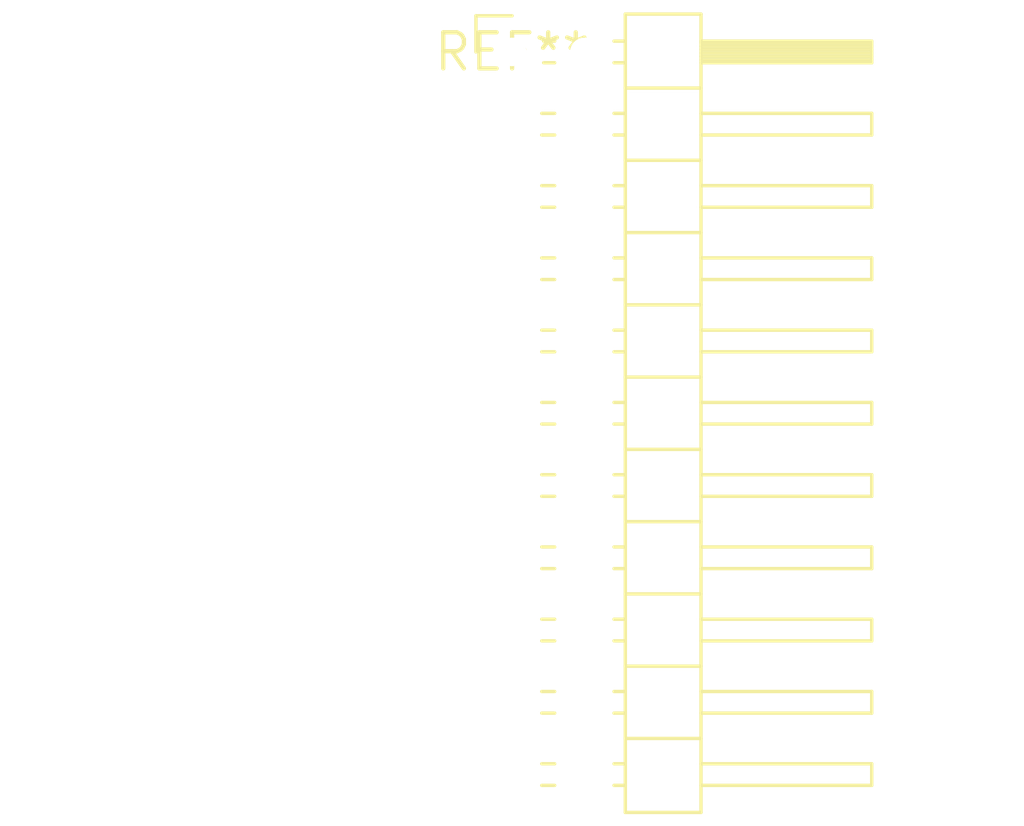
<source format=kicad_pcb>
(kicad_pcb (version 20240108) (generator pcbnew)
  (layers (0 "F.Cu" signal) (31 "B.Cu" signal) (34 "B.Paste" user) (35 "F.Paste" user) (36 "B.SilkS" user "B.Silkscreen") (37 "F.SilkS" user "F.Silkscreen") (38 "B.Mask" user) (39 "F.Mask" user) (44 "Edge.Cuts" user))
  (net 0 "")
  (footprint "PinHeader_2x11_P2.54mm_Horizontal" (layer "F.Cu") (at 0 0)
    (property "Reference" "REF**")
    (property "Value" "PinHeader_2x11_P2.54mm_Horizontal")
    (fp_line (start -1.27 -1.27) (end 0 -1.27) (layer "F.SilkS") (stroke (width 0.12)))
    (fp_line (start -1.27 0) (end -1.27 -1.27) (layer "F.SilkS") (stroke (width 0.12)))
    (fp_line (start 1.042929 2.16) (end 1.497071 2.16) (layer "F.SilkS") (stroke (width 0.12)))
    (fp_line (start 1.042929 2.92) (end 1.497071 2.92) (layer "F.SilkS") (stroke (width 0.12)))
    (fp_line (start 1.042929 4.7) (end 1.497071 4.7) (layer "F.SilkS") (stroke (width 0.12)))
    (fp_line (start 1.042929 5.46) (end 1.497071 5.46) (layer "F.SilkS") (stroke (width 0.12)))
    (fp_line (start 1.042929 7.24) (end 1.497071 7.24) (layer "F.SilkS") (stroke (width 0.12)))
    (fp_line (start 1.042929 8) (end 1.497071 8) (layer "F.SilkS") (stroke (width 0.12)))
    (fp_line (start 1.042929 9.78) (end 1.497071 9.78) (layer "F.SilkS") (stroke (width 0.12)))
    (fp_line (start 1.042929 10.54) (end 1.497071 10.54) (layer "F.SilkS") (stroke (width 0.12)))
    (fp_line (start 1.042929 12.32) (end 1.497071 12.32) (layer "F.SilkS") (stroke (width 0.12)))
    (fp_line (start 1.042929 13.08) (end 1.497071 13.08) (layer "F.SilkS") (stroke (width 0.12)))
    (fp_line (start 1.042929 14.86) (end 1.497071 14.86) (layer "F.SilkS") (stroke (width 0.12)))
    (fp_line (start 1.042929 15.62) (end 1.497071 15.62) (layer "F.SilkS") (stroke (width 0.12)))
    (fp_line (start 1.042929 17.4) (end 1.497071 17.4) (layer "F.SilkS") (stroke (width 0.12)))
    (fp_line (start 1.042929 18.16) (end 1.497071 18.16) (layer "F.SilkS") (stroke (width 0.12)))
    (fp_line (start 1.042929 19.94) (end 1.497071 19.94) (layer "F.SilkS") (stroke (width 0.12)))
    (fp_line (start 1.042929 20.7) (end 1.497071 20.7) (layer "F.SilkS") (stroke (width 0.12)))
    (fp_line (start 1.042929 22.48) (end 1.497071 22.48) (layer "F.SilkS") (stroke (width 0.12)))
    (fp_line (start 1.042929 23.24) (end 1.497071 23.24) (layer "F.SilkS") (stroke (width 0.12)))
    (fp_line (start 1.042929 25.02) (end 1.497071 25.02) (layer "F.SilkS") (stroke (width 0.12)))
    (fp_line (start 1.042929 25.78) (end 1.497071 25.78) (layer "F.SilkS") (stroke (width 0.12)))
    (fp_line (start 1.11 -0.38) (end 1.497071 -0.38) (layer "F.SilkS") (stroke (width 0.12)))
    (fp_line (start 1.11 0.38) (end 1.497071 0.38) (layer "F.SilkS") (stroke (width 0.12)))
    (fp_line (start 3.582929 -0.38) (end 3.98 -0.38) (layer "F.SilkS") (stroke (width 0.12)))
    (fp_line (start 3.582929 0.38) (end 3.98 0.38) (layer "F.SilkS") (stroke (width 0.12)))
    (fp_line (start 3.582929 2.16) (end 3.98 2.16) (layer "F.SilkS") (stroke (width 0.12)))
    (fp_line (start 3.582929 2.92) (end 3.98 2.92) (layer "F.SilkS") (stroke (width 0.12)))
    (fp_line (start 3.582929 4.7) (end 3.98 4.7) (layer "F.SilkS") (stroke (width 0.12)))
    (fp_line (start 3.582929 5.46) (end 3.98 5.46) (layer "F.SilkS") (stroke (width 0.12)))
    (fp_line (start 3.582929 7.24) (end 3.98 7.24) (layer "F.SilkS") (stroke (width 0.12)))
    (fp_line (start 3.582929 8) (end 3.98 8) (layer "F.SilkS") (stroke (width 0.12)))
    (fp_line (start 3.582929 9.78) (end 3.98 9.78) (layer "F.SilkS") (stroke (width 0.12)))
    (fp_line (start 3.582929 10.54) (end 3.98 10.54) (layer "F.SilkS") (stroke (width 0.12)))
    (fp_line (start 3.582929 12.32) (end 3.98 12.32) (layer "F.SilkS") (stroke (width 0.12)))
    (fp_line (start 3.582929 13.08) (end 3.98 13.08) (layer "F.SilkS") (stroke (width 0.12)))
    (fp_line (start 3.582929 14.86) (end 3.98 14.86) (layer "F.SilkS") (stroke (width 0.12)))
    (fp_line (start 3.582929 15.62) (end 3.98 15.62) (layer "F.SilkS") (stroke (width 0.12)))
    (fp_line (start 3.582929 17.4) (end 3.98 17.4) (layer "F.SilkS") (stroke (width 0.12)))
    (fp_line (start 3.582929 18.16) (end 3.98 18.16) (layer "F.SilkS") (stroke (width 0.12)))
    (fp_line (start 3.582929 19.94) (end 3.98 19.94) (layer "F.SilkS") (stroke (width 0.12)))
    (fp_line (start 3.582929 20.7) (end 3.98 20.7) (layer "F.SilkS") (stroke (width 0.12)))
    (fp_line (start 3.582929 22.48) (end 3.98 22.48) (layer "F.SilkS") (stroke (width 0.12)))
    (fp_line (start 3.582929 23.24) (end 3.98 23.24) (layer "F.SilkS") (stroke (width 0.12)))
    (fp_line (start 3.582929 25.02) (end 3.98 25.02) (layer "F.SilkS") (stroke (width 0.12)))
    (fp_line (start 3.582929 25.78) (end 3.98 25.78) (layer "F.SilkS") (stroke (width 0.12)))
    (fp_line (start 3.98 -1.33) (end 3.98 26.73) (layer "F.SilkS") (stroke (width 0.12)))
    (fp_line (start 3.98 1.27) (end 6.64 1.27) (layer "F.SilkS") (stroke (width 0.12)))
    (fp_line (start 3.98 3.81) (end 6.64 3.81) (layer "F.SilkS") (stroke (width 0.12)))
    (fp_line (start 3.98 6.35) (end 6.64 6.35) (layer "F.SilkS") (stroke (width 0.12)))
    (fp_line (start 3.98 8.89) (end 6.64 8.89) (layer "F.SilkS") (stroke (width 0.12)))
    (fp_line (start 3.98 11.43) (end 6.64 11.43) (layer "F.SilkS") (stroke (width 0.12)))
    (fp_line (start 3.98 13.97) (end 6.64 13.97) (layer "F.SilkS") (stroke (width 0.12)))
    (fp_line (start 3.98 16.51) (end 6.64 16.51) (layer "F.SilkS") (stroke (width 0.12)))
    (fp_line (start 3.98 19.05) (end 6.64 19.05) (layer "F.SilkS") (stroke (width 0.12)))
    (fp_line (start 3.98 21.59) (end 6.64 21.59) (layer "F.SilkS") (stroke (width 0.12)))
    (fp_line (start 3.98 24.13) (end 6.64 24.13) (layer "F.SilkS") (stroke (width 0.12)))
    (fp_line (start 3.98 26.73) (end 6.64 26.73) (layer "F.SilkS") (stroke (width 0.12)))
    (fp_line (start 6.64 -1.33) (end 3.98 -1.33) (layer "F.SilkS") (stroke (width 0.12)))
    (fp_line (start 6.64 -0.38) (end 12.64 -0.38) (layer "F.SilkS") (stroke (width 0.12)))
    (fp_line (start 6.64 -0.32) (end 12.64 -0.32) (layer "F.SilkS") (stroke (width 0.12)))
    (fp_line (start 6.64 -0.2) (end 12.64 -0.2) (layer "F.SilkS") (stroke (width 0.12)))
    (fp_line (start 6.64 -0.08) (end 12.64 -0.08) (layer "F.SilkS") (stroke (width 0.12)))
    (fp_line (start 6.64 0.04) (end 12.64 0.04) (layer "F.SilkS") (stroke (width 0.12)))
    (fp_line (start 6.64 0.16) (end 12.64 0.16) (layer "F.SilkS") (stroke (width 0.12)))
    (fp_line (start 6.64 0.28) (end 12.64 0.28) (layer "F.SilkS") (stroke (width 0.12)))
    (fp_line (start 6.64 2.16) (end 12.64 2.16) (layer "F.SilkS") (stroke (width 0.12)))
    (fp_line (start 6.64 4.7) (end 12.64 4.7) (layer "F.SilkS") (stroke (width 0.12)))
    (fp_line (start 6.64 7.24) (end 12.64 7.24) (layer "F.SilkS") (stroke (width 0.12)))
    (fp_line (start 6.64 9.78) (end 12.64 9.78) (layer "F.SilkS") (stroke (width 0.12)))
    (fp_line (start 6.64 12.32) (end 12.64 12.32) (layer "F.SilkS") (stroke (width 0.12)))
    (fp_line (start 6.64 14.86) (end 12.64 14.86) (layer "F.SilkS") (stroke (width 0.12)))
    (fp_line (start 6.64 17.4) (end 12.64 17.4) (layer "F.SilkS") (stroke (width 0.12)))
    (fp_line (start 6.64 19.94) (end 12.64 19.94) (layer "F.SilkS") (stroke (width 0.12)))
    (fp_line (start 6.64 22.48) (end 12.64 22.48) (layer "F.SilkS") (stroke (width 0.12)))
    (fp_line (start 6.64 25.02) (end 12.64 25.02) (layer "F.SilkS") (stroke (width 0.12)))
    (fp_line (start 6.64 26.73) (end 6.64 -1.33) (layer "F.SilkS") (stroke (width 0.12)))
    (fp_line (start 12.64 -0.38) (end 12.64 0.38) (layer "F.SilkS") (stroke (width 0.12)))
    (fp_line (start 12.64 0.38) (end 6.64 0.38) (layer "F.SilkS") (stroke (width 0.12)))
    (fp_line (start 12.64 2.16) (end 12.64 2.92) (layer "F.SilkS") (stroke (width 0.12)))
    (fp_line (start 12.64 2.92) (end 6.64 2.92) (layer "F.SilkS") (stroke (width 0.12)))
    (fp_line (start 12.64 4.7) (end 12.64 5.46) (layer "F.SilkS") (stroke (width 0.12)))
    (fp_line (start 12.64 5.46) (end 6.64 5.46) (layer "F.SilkS") (stroke (width 0.12)))
    (fp_line (start 12.64 7.24) (end 12.64 8) (layer "F.SilkS") (stroke (width 0.12)))
    (fp_line (start 12.64 8) (end 6.64 8) (layer "F.SilkS") (stroke (width 0.12)))
    (fp_line (start 12.64 9.78) (end 12.64 10.54) (layer "F.SilkS") (stroke (width 0.12)))
    (fp_line (start 12.64 10.54) (end 6.64 10.54) (layer "F.SilkS") (stroke (width 0.12)))
    (fp_line (start 12.64 12.32) (end 12.64 13.08) (layer "F.SilkS") (stroke (width 0.12)))
    (fp_line (start 12.64 13.08) (end 6.64 13.08) (layer "F.SilkS") (stroke (width 0.12)))
    (fp_line (start 12.64 14.86) (end 12.64 15.62) (layer "F.SilkS") (stroke (width 0.12)))
    (fp_line (start 12.64 15.62) (end 6.64 15.62) (layer "F.SilkS") (stroke (width 0.12)))
    (fp_line (start 12.64 17.4) (end 12.64 18.16) (layer "F.SilkS") (stroke (width 0.12)))
    (fp_line (start 12.64 18.16) (end 6.64 18.16) (layer "F.SilkS") (stroke (width 0.12)))
    (fp_line (start 12.64 19.94) (end 12.64 20.7) (layer "F.SilkS") (stroke (width 0.12)))
    (fp_line (start 12.64 20.7) (end 6.64 20.7) (layer "F.SilkS") (stroke (width 0.12)))
    (fp_line (start 12.64 22.48) (end 12.64 23.24) (layer "F.SilkS") (stroke (width 0.12)))
    (fp_line (start 12.64 23.24) (end 6.64 23.24) (layer "F.SilkS") (stroke (width 0.12)))
    (fp_line (start 12.64 25.02) (end 12.64 25.78) (layer "F.SilkS") (stroke (width 0.12)))
    (fp_line (start 12.64 25.78) (end 6.64 25.78) (layer "F.SilkS") (stroke (width 0.12)))
    (pad "1" thru_hole rect (at 0 0) (size 1.7 1.7) (drill 1) (layers *.Cu *.Mask) (remove_unused_layers))
    (pad "2" thru_hole oval (at 2.54 0) (size 1.7 1.7) (drill 1) (layers *.Cu *.Mask) (remove_unused_layers))
    (pad "3" thru_hole oval (at 0 2.54) (size 1.7 1.7) (drill 1) (layers *.Cu *.Mask) (remove_unused_layers))
    (pad "4" thru_hole oval (at 2.54 2.54) (size 1.7 1.7) (drill 1) (layers *.Cu *.Mask) (remove_unused_layers))
    (pad "5" thru_hole oval (at 0 5.08) (size 1.7 1.7) (drill 1) (layers *.Cu *.Mask) (remove_unused_layers))
    (pad "6" thru_hole oval (at 2.54 5.08) (size 1.7 1.7) (drill 1) (layers *.Cu *.Mask) (remove_unused_layers))
    (pad "7" thru_hole oval (at 0 7.62) (size 1.7 1.7) (drill 1) (layers *.Cu *.Mask) (remove_unused_layers))
    (pad "8" thru_hole oval (at 2.54 7.62) (size 1.7 1.7) (drill 1) (layers *.Cu *.Mask) (remove_unused_layers))
    (pad "9" thru_hole oval (at 0 10.16) (size 1.7 1.7) (drill 1) (layers *.Cu *.Mask) (remove_unused_layers))
    (pad "10" thru_hole oval (at 2.54 10.16) (size 1.7 1.7) (drill 1) (layers *.Cu *.Mask) (remove_unused_layers))
    (pad "11" thru_hole oval (at 0 12.7) (size 1.7 1.7) (drill 1) (layers *.Cu *.Mask) (remove_unused_layers))
    (pad "12" thru_hole oval (at 2.54 12.7) (size 1.7 1.7) (drill 1) (layers *.Cu *.Mask) (remove_unused_layers))
    (pad "13" thru_hole oval (at 0 15.24) (size 1.7 1.7) (drill 1) (layers *.Cu *.Mask) (remove_unused_layers))
    (pad "14" thru_hole oval (at 2.54 15.24) (size 1.7 1.7) (drill 1) (layers *.Cu *.Mask) (remove_unused_layers))
    (pad "15" thru_hole oval (at 0 17.78) (size 1.7 1.7) (drill 1) (layers *.Cu *.Mask) (remove_unused_layers))
    (pad "16" thru_hole oval (at 2.54 17.78) (size 1.7 1.7) (drill 1) (layers *.Cu *.Mask) (remove_unused_layers))
    (pad "17" thru_hole oval (at 0 20.32) (size 1.7 1.7) (drill 1) (layers *.Cu *.Mask) (remove_unused_layers))
    (pad "18" thru_hole oval (at 2.54 20.32) (size 1.7 1.7) (drill 1) (layers *.Cu *.Mask) (remove_unused_layers))
    (pad "19" thru_hole oval (at 0 22.86) (size 1.7 1.7) (drill 1) (layers *.Cu *.Mask) (remove_unused_layers))
    (pad "20" thru_hole oval (at 2.54 22.86) (size 1.7 1.7) (drill 1) (layers *.Cu *.Mask) (remove_unused_layers))
    (pad "21" thru_hole oval (at 0 25.4) (size 1.7 1.7) (drill 1) (layers *.Cu *.Mask) (remove_unused_layers))
    (pad "22" thru_hole oval (at 2.54 25.4) (size 1.7 1.7) (drill 1) (layers *.Cu *.Mask) (remove_unused_layers))
  )
)
</source>
